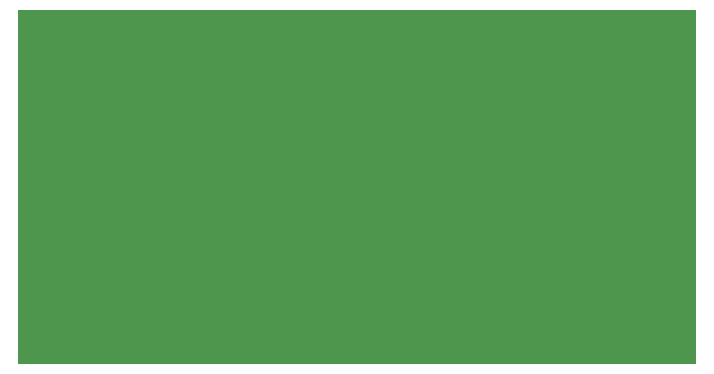
<source format=gbr>
G04 DipTrace 2.3.1.0*
%INBoard.gbr*%
%MOMM*%
%ADD11C,0.14*%
%FSLAX53Y53*%
G04*
G71*
G90*
G75*
G01*
%LNBoardPoly*%
%LPD*%
G36*
X-31533Y46750D2*
D11*
Y16750D1*
X25896D1*
Y46750D1*
X-31533D1*
G37*
M02*

</source>
